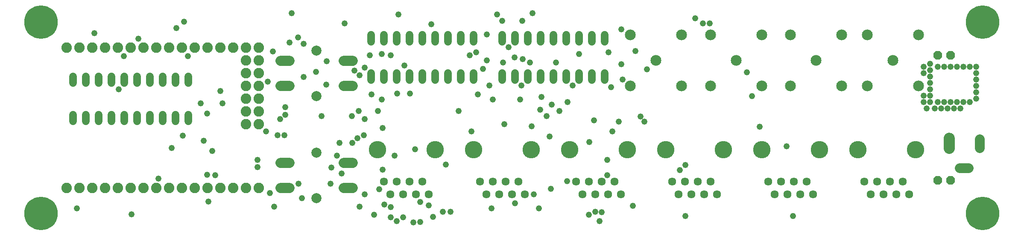
<source format=gts>
G75*
%MOIN*%
%OFA0B0*%
%FSLAX24Y24*%
%IPPOS*%
%LPD*%
%AMOC8*
5,1,8,0,0,1.08239X$1,22.5*
%
%ADD10C,0.0845*%
%ADD11C,0.0785*%
%ADD12C,0.0790*%
%ADD13C,0.0600*%
%ADD14C,0.0634*%
%ADD15C,0.1360*%
%ADD16C,0.0780*%
%ADD17C,0.0880*%
%ADD18C,0.0820*%
%ADD19OC8,0.0674*%
%ADD20C,0.0480*%
%ADD21C,0.2620*%
D10*
X047680Y011680D03*
X051680Y011680D03*
X053930Y011680D03*
X057930Y011680D03*
X060180Y011680D03*
X064180Y011680D03*
X066180Y011680D03*
X070180Y011680D03*
X068180Y013680D03*
X062180Y013680D03*
X055930Y013680D03*
X049680Y013680D03*
X047680Y015680D03*
X051680Y015680D03*
X053930Y015680D03*
X057930Y015680D03*
X060180Y015680D03*
X064180Y015680D03*
X066180Y015680D03*
X070180Y015680D03*
D11*
X025993Y013660D02*
X025288Y013660D01*
X021073Y013660D02*
X020368Y013660D01*
X020368Y011700D02*
X021073Y011700D01*
X025288Y011700D02*
X025993Y011700D01*
X025993Y005660D02*
X025288Y005660D01*
X021073Y005660D02*
X020368Y005660D01*
X020368Y003700D02*
X021073Y003700D01*
X025288Y003700D02*
X025993Y003700D01*
D12*
X023180Y002910D03*
X023180Y006450D03*
X023180Y010910D03*
X023180Y014450D03*
D13*
X027430Y015170D02*
X027430Y015690D01*
X028430Y015690D02*
X028430Y015170D01*
X029430Y015170D02*
X029430Y015690D01*
X030430Y015690D02*
X030430Y015170D01*
X031430Y015170D02*
X031430Y015690D01*
X032430Y015690D02*
X032430Y015170D01*
X033430Y015170D02*
X033430Y015690D01*
X034430Y015690D02*
X034430Y015170D01*
X035430Y015170D02*
X035430Y015690D01*
X037680Y015690D02*
X037680Y015170D01*
X038680Y015170D02*
X038680Y015690D01*
X039680Y015690D02*
X039680Y015170D01*
X040680Y015170D02*
X040680Y015690D01*
X041680Y015690D02*
X041680Y015170D01*
X042680Y015170D02*
X042680Y015690D01*
X043680Y015690D02*
X043680Y015170D01*
X044680Y015170D02*
X044680Y015690D01*
X045680Y015690D02*
X045680Y015170D01*
X045680Y012690D02*
X045680Y012170D01*
X044680Y012170D02*
X044680Y012690D01*
X043680Y012690D02*
X043680Y012170D01*
X042680Y012170D02*
X042680Y012690D01*
X041680Y012690D02*
X041680Y012170D01*
X040680Y012170D02*
X040680Y012690D01*
X039680Y012690D02*
X039680Y012170D01*
X038680Y012170D02*
X038680Y012690D01*
X037680Y012690D02*
X037680Y012170D01*
X035430Y012170D02*
X035430Y012690D01*
X034430Y012690D02*
X034430Y012170D01*
X033430Y012170D02*
X033430Y012690D01*
X032430Y012690D02*
X032430Y012170D01*
X031430Y012170D02*
X031430Y012690D01*
X030430Y012690D02*
X030430Y012170D01*
X029430Y012170D02*
X029430Y012690D01*
X028430Y012690D02*
X028430Y012170D01*
X027430Y012170D02*
X027430Y012690D01*
X013180Y012440D02*
X013180Y011920D01*
X012180Y011920D02*
X012180Y012440D01*
X011180Y012440D02*
X011180Y011920D01*
X010180Y011920D02*
X010180Y012440D01*
X009180Y012440D02*
X009180Y011920D01*
X008180Y011920D02*
X008180Y012440D01*
X007180Y012440D02*
X007180Y011920D01*
X006180Y011920D02*
X006180Y012440D01*
X005180Y012440D02*
X005180Y011920D01*
X004180Y011920D02*
X004180Y012440D01*
X004180Y009440D02*
X004180Y008920D01*
X005180Y008920D02*
X005180Y009440D01*
X006180Y009440D02*
X006180Y008920D01*
X007180Y008920D02*
X007180Y009440D01*
X008180Y009440D02*
X008180Y008920D01*
X009180Y008920D02*
X009180Y009440D01*
X010180Y009440D02*
X010180Y008920D01*
X011180Y008920D02*
X011180Y009440D01*
X012180Y009440D02*
X012180Y008920D01*
X013180Y008920D02*
X013180Y009440D01*
D14*
X028430Y004180D03*
X029430Y004180D03*
X030430Y004180D03*
X031430Y004180D03*
X030930Y003180D03*
X029930Y003180D03*
X028930Y003180D03*
X031930Y003180D03*
X035930Y004180D03*
X036930Y004180D03*
X037930Y004180D03*
X038930Y004180D03*
X038430Y003180D03*
X039430Y003180D03*
X037430Y003180D03*
X036430Y003180D03*
X043430Y004180D03*
X044430Y004180D03*
X045430Y004180D03*
X046430Y004180D03*
X045930Y003180D03*
X044930Y003180D03*
X043930Y003180D03*
X046930Y003180D03*
X050930Y004180D03*
X051930Y004180D03*
X052930Y004180D03*
X053930Y004180D03*
X053430Y003180D03*
X052430Y003180D03*
X051430Y003180D03*
X054430Y003180D03*
X058430Y004180D03*
X059430Y004180D03*
X060430Y004180D03*
X061430Y004180D03*
X060930Y003180D03*
X061930Y003180D03*
X059930Y003180D03*
X058930Y003180D03*
X065930Y004180D03*
X066930Y004180D03*
X067930Y004180D03*
X068930Y004180D03*
X068430Y003180D03*
X067430Y003180D03*
X066430Y003180D03*
X069430Y003180D03*
D15*
X069930Y006680D03*
X065430Y006680D03*
X062430Y006680D03*
X057930Y006680D03*
X054930Y006680D03*
X050430Y006680D03*
X047430Y006680D03*
X042930Y006680D03*
X039930Y006680D03*
X035430Y006680D03*
X032430Y006680D03*
X027930Y006680D03*
D16*
X073379Y005251D02*
X074079Y005251D01*
X074930Y006830D02*
X074930Y007530D01*
D17*
X072568Y007580D02*
X072568Y006780D01*
D18*
X018680Y008680D03*
X017680Y008680D03*
X017680Y009680D03*
X018680Y009680D03*
X018680Y010680D03*
X017680Y010680D03*
X017680Y011680D03*
X018680Y011680D03*
X018680Y012680D03*
X017680Y012680D03*
X017680Y013680D03*
X018680Y013680D03*
X018680Y014680D03*
X017680Y014680D03*
X016680Y014680D03*
X015680Y014680D03*
X014680Y014680D03*
X013680Y014680D03*
X012680Y014680D03*
X011680Y014680D03*
X010680Y014680D03*
X009680Y014680D03*
X008680Y014680D03*
X007680Y014680D03*
X006680Y014680D03*
X005680Y014680D03*
X004680Y014680D03*
X003680Y014680D03*
X003680Y003680D03*
X004680Y003680D03*
X005680Y003680D03*
X006680Y003680D03*
X007680Y003680D03*
X008680Y003680D03*
X009680Y003680D03*
X010680Y003680D03*
X011680Y003680D03*
X012680Y003680D03*
X013680Y003680D03*
X014680Y003680D03*
X015680Y003680D03*
X016680Y003680D03*
X017680Y003680D03*
X018680Y003680D03*
D19*
X071680Y004280D03*
X072680Y004280D03*
X072680Y014080D03*
X071680Y014080D03*
D20*
X071055Y013430D03*
X070555Y013180D03*
X071680Y013180D03*
X072180Y013180D03*
X072680Y013180D03*
X073180Y013180D03*
X073680Y013180D03*
X074180Y013180D03*
X074680Y013180D03*
X074680Y012680D03*
X074680Y012180D03*
X074680Y011680D03*
X074680Y011180D03*
X074680Y010680D03*
X074180Y010430D03*
X073680Y010430D03*
X073180Y010430D03*
X072680Y010430D03*
X072180Y010430D03*
X071680Y010430D03*
X071055Y010430D03*
X070555Y010430D03*
X070555Y010930D03*
X071055Y010930D03*
X071055Y011430D03*
X071055Y011930D03*
X071055Y012430D03*
X070555Y012680D03*
X071055Y012930D03*
X070805Y009930D03*
X071430Y009930D03*
X071930Y009930D03*
X072430Y009930D03*
X072930Y009930D03*
X073430Y009930D03*
X059880Y006955D03*
X057780Y008480D03*
X057180Y010880D03*
X056780Y012755D03*
X048980Y012980D03*
X046980Y013380D03*
X047080Y012180D03*
X046180Y011580D03*
X043180Y011730D03*
X040730Y010830D03*
X039080Y010630D03*
X040630Y009830D03*
X041530Y010230D03*
X042780Y010430D03*
X042130Y009730D03*
X041130Y009330D03*
X039980Y008530D03*
X037830Y008680D03*
X035280Y008130D03*
X030880Y006730D03*
X029280Y006230D03*
X028330Y005130D03*
X025130Y004830D03*
X024330Y005280D03*
X024780Y006230D03*
X024980Y007230D03*
X025980Y007230D03*
X026380Y007580D03*
X026880Y007830D03*
X028330Y008380D03*
X026930Y009080D03*
X025930Y009330D03*
X026480Y009730D03*
X027980Y009730D03*
X028280Y010630D03*
X027480Y011030D03*
X029480Y011080D03*
X030480Y011080D03*
X034280Y009730D03*
X036930Y010630D03*
X035780Y011030D03*
X036680Y011730D03*
X039180Y011730D03*
X036180Y013030D03*
X037730Y013530D03*
X038630Y013930D03*
X039280Y013780D03*
X039830Y013530D03*
X041880Y013530D03*
X043680Y014180D03*
X045980Y014330D03*
X048080Y014430D03*
X046980Y016130D03*
X052730Y016980D03*
X053330Y016580D03*
X053880Y016580D03*
X040030Y017380D03*
X039230Y016780D03*
X037680Y016780D03*
X037280Y017280D03*
X032130Y016530D03*
X029580Y017280D03*
X025380Y016580D03*
X021730Y015480D03*
X022180Y014980D03*
X021080Y015080D03*
X019780Y014380D03*
X023980Y013630D03*
X023130Y012780D03*
X022180Y012380D03*
X023930Y011780D03*
X026530Y012530D03*
X026130Y012880D03*
X026930Y013130D03*
X030030Y013280D03*
X028980Y014080D03*
X028280Y014180D03*
X027330Y014080D03*
X035130Y014080D03*
X035630Y014330D03*
X036480Y013680D03*
X038180Y014730D03*
X036480Y015730D03*
X021230Y017380D03*
X012830Y016730D03*
X012230Y016230D03*
X009280Y015380D03*
X005830Y015830D03*
X008130Y014030D03*
X013130Y014030D03*
X019380Y012030D03*
X015680Y011280D03*
X015830Y010330D03*
X014130Y010330D03*
X014630Y009530D03*
X019230Y008130D03*
X020130Y007830D03*
X020680Y007830D03*
X020330Y009080D03*
X020730Y009430D03*
X020730Y010030D03*
X023580Y009330D03*
X015030Y006580D03*
X014380Y007380D03*
X012730Y007780D03*
X011880Y006830D03*
X018580Y005880D03*
X018580Y005330D03*
X015280Y004680D03*
X014630Y004730D03*
X010830Y004430D03*
X014730Y002630D03*
X019530Y003280D03*
X022030Y002880D03*
X019880Y002230D03*
X026530Y002230D03*
X027680Y001580D03*
X028980Y001380D03*
X029930Y001380D03*
X029430Y001080D03*
X030730Y000980D03*
X031280Y001030D03*
X032280Y001430D03*
X033030Y001830D03*
X033630Y001830D03*
X031930Y002330D03*
X031280Y002580D03*
X028980Y002180D03*
X028480Y002380D03*
X026930Y003180D03*
X028080Y003580D03*
X024280Y004030D03*
X021780Y004030D03*
X033280Y005530D03*
X040130Y003180D03*
X041480Y003630D03*
X042730Y004230D03*
X045880Y004680D03*
X045880Y005880D03*
X044480Y007280D03*
X041380Y007730D03*
X044830Y008980D03*
X046780Y008880D03*
X046280Y008130D03*
X048780Y008880D03*
X048480Y009280D03*
X051980Y005480D03*
X051530Y005080D03*
X047880Y002280D03*
X045430Y001780D03*
X044930Y001830D03*
X044430Y001580D03*
X045280Y001080D03*
X040530Y002080D03*
X038680Y002480D03*
X036830Y002080D03*
X051980Y001480D03*
X060380Y001480D03*
X008730Y001630D03*
X004480Y002080D03*
X007730Y011430D03*
D21*
X001680Y001680D03*
X001680Y016680D03*
X075180Y016680D03*
X075180Y001680D03*
M02*

</source>
